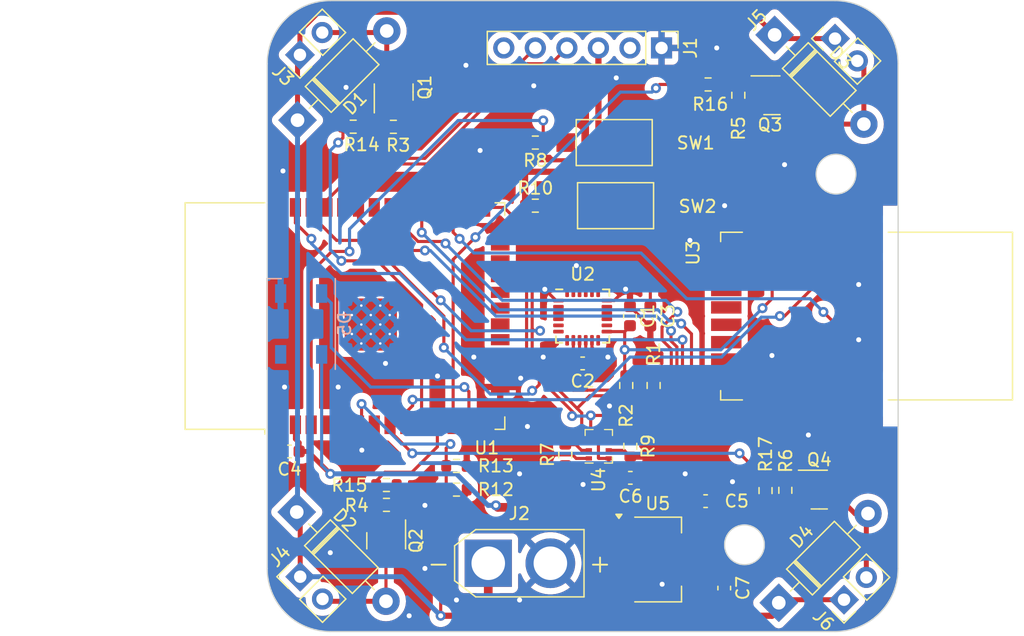
<source format=kicad_pcb>
(kicad_pcb (version 20240108) (generator "pcbnew") (generator_version "8.0")
  (layers (0 "F.Cu" signal) (31 "B.Cu" signal) (34 "B.Paste" user) (35 "F.Paste" user) (36 "B.SilkS" user "B.Silkscreen") (37 "F.SilkS" user "F.Silkscreen") (38 "B.Mask" user) (39 "F.Mask" user) (44 "Edge.Cuts" user))
  (net 0 "")
  (net 1 "Net-(U2-REGOUT)")
  (net 2 "Net-(U2-CPOUT)")
  (net 3 "Net-(D1-A)")
  (net 4 "Net-(D2-A)")
  (net 5 "Net-(D3-A)")
  (net 6 "Net-(D4-A)")
  (net 7 "Net-(D5-DIN)")
  (net 11 "Net-(Q1-G)")
  (net 12 "Net-(Q2-G)")
  (net 13 "Net-(Q3-G)")
  (net 14 "Net-(Q4-G)")
  (net 15 "Net-(U4-CSB)")
  (net 16 "Net-(SW1-B)")
  (net 17 "Net-(U4-SDO)")
  (net 18 "Net-(SW2-A)")
  (net 24 "ESP_RX")
  (net 27 "ESP_TX")
  (net 35 "GND")
  (net 36 "MISO")
  (net 37 "SCK")
  (net 39 "VCC")
  (net 40 "MOSI")
  (net 41 "MPU_IRQ")
  (net 42 "DW_RST")
  (net 43 "SS")
  (net 44 "SDA")
  (net 45 "SCL")
  (net 46 "DW_IRQ")
  (net 49 "MOTOR_4")
  (net 50 "MOTOR_1")
  (net 51 "MOTOR_2")
  (net 52 "MOTOR_3")
  (net 68 "WS_IN")
  (net 71 "BAT+")
  (net 75 "BAT_LEVEL")
  (footprint "Resistor_SMD:R_0603_1608Metric" (layer "F.Cu") (at 107.315 107.188 -90)
    (property "Reference" "R1")
    (property "Value" "R_Small" (hide yes))
  )
  (footprint "Resistor_SMD:R_0603_1608Metric" (layer "F.Cu") (at 97.79 92.71)
    (property "Reference" "R10")
    (property "Value" "10K" (hide yes))
  )
  (footprint "Connector_PinHeader_2.54mm:PinHeader_1x02_P2.54mm_Vertical" (layer "F.Cu") (at 78.837057 80.565679 135)
    (property "Reference" "J3")
    (property "Value" "Conn_01x02" (hide yes))
  )
  (footprint "Package_TO_SOT_SMD:SOT-23" (layer "F.Cu") (at 85.781542 119.691168 -90)
    (property "Reference" "Q2")
    (property "Value" "Si2319CDS" (hide yes))
  )
  (footprint "Resistor_SMD:R_0603_1608Metric" (layer "F.Cu") (at 111.7 82.95)
    (property "Reference" "R16")
    (property "Value" "R_Small" (hide yes))
  )
  (footprint "Package_TO_SOT_SMD:SOT-223-3_TabPin2" (layer "F.Cu") (at 107.65 121.2)
    (property "Reference" "U5")
    (property "Value" "LM1117MP-3.3")
  )
  (footprint "Capacitor_SMD:C_0603_1608Metric" (layer "F.Cu") (at 78 112.5 180)
    (property "Reference" "C4")
    (property "Value" "C")
  )
  (footprint "Resistor_SMD:R_0603_1608Metric" (layer "F.Cu") (at 117.920084 115.629341 -90)
    (property "Reference" "R6")
    (property "Value" "R_Small" (hide yes))
  )
  (footprint "RF_Module:DWM1000" (layer "F.Cu") (at 124.46 101.6 -90)
    (property "Reference" "U3")
    (property "Value" "DWM1000" (hide yes))
  )
  (footprint "Package_TO_SOT_SMD:SOT-23" (layer "F.Cu") (at 116.84 83.82)
    (property "Reference" "Q3")
    (property "Value" "Si2319CDS" (hide yes))
  )
  (footprint "Resistor_SMD:R_0603_1608Metric" (layer "F.Cu") (at 105.44 112.085 -90)
    (property "Reference" "R9")
    (property "Value" "10K" (hide yes))
  )
  (footprint "Sensor_Motion:InvenSense_QFN-24_4x4mm_P0.5mm" (layer "F.Cu") (at 101.6 101.6)
    (property "Reference" "U2")
    (property "Value" "MPU-6050" (hide yes))
  )
  (footprint "Connector_PinHeader_2.54mm:PinHeader_1x02_P2.54mm_Vertical" (layer "F.Cu") (at 121.92 79.2557 45)
    (property "Reference" "J5")
    (property "Value" "Conn_01x02" (hide yes))
  )
  (footprint "Resistor_SMD:R_0603_1608Metric" (layer "F.Cu") (at 114.133835 83.82 -90)
    (property "Reference" "R5")
    (property "Value" "R_Small" (hide yes))
  )
  (footprint "Resistor_SMD:R_0603_1608Metric" (layer "F.Cu") (at 105.11 107.188 -90)
    (property "Reference" "R2")
    (property "Value" "R_Small" (hide yes))
  )
  (footprint "Connector_PinHeader_2.54mm:PinHeader_1x02_P2.54mm_Vertical" (layer "F.Cu") (at 122.644025 124.436286 135)
    (property "Reference" "J6")
    (property "Value" "Conn_01x02" (hide yes))
  )
  (footprint "Package_TO_SOT_SMD:SOT-23" (layer "F.Cu") (at 86.384934 83.559996 90)
    (property "Reference" "Q1")
    (property "Value" "Si2319CDS" (hide yes))
  )
  (footprint "Capacitor_SMD:C_0603_1608Metric" (layer "F.Cu") (at 105.41 101.6 -90)
    (property "Reference" "C1")
    (property "Value" "C")
  )
  (footprint "Resistor_SMD:R_0603_1608Metric" (layer "F.Cu") (at 86.36 86.36)
    (property "Reference" "R3")
    (property "Value" "R_Small" (hide yes))
  )
  (footprint "Diode_THT:D_DO-41_SOD81_P10.16mm_Horizontal" (layer "F.Cu") (at 78.642492 85.826697 45)
    (property "Reference" "D1")
    (property "Value" "1N5819" (hide yes))
  )
  (footprint "Package_LGA:Bosch_LGA-8_2x2.5mm_P0.65mm_ClockwisePinNumbering" (layer "F.Cu") (at 102.9 112.085 90)
    (property "Reference" "U4")
    (property "Value" "BMP280" (hide yes))
  )
  (footprint "Button_Switch_SMD:SW_SPST_CK_RS282G05A3" (layer "F.Cu") (at 104.25 92.71)
    (property "Reference" "SW2")
    (property "Value" "SW_Push_Open" (hide yes))
  )
  (footprint "Capacitor_SMD:C_0603_1608Metric" (layer "F.Cu") (at 101.6 105.41 180)
    (property "Reference" "C2")
    (property "Value" "C")
  )
  (footprint "RF_Module:ESP32-WROOM-32" (layer "F.Cu") (at 85.452071 101.6 90)
    (property "Reference" "U1")
    (property "Value" "ESP32-WROOM-32" (hide yes))
  )
  (footprint "Resistor_SMD:R_0603_1608Metric" (layer "F.Cu") (at 97.79 87.63)
    (property "Reference" "R8")
    (property "Value" "10K" (hide yes))
  )
  (footprint "Diode_THT:D_DO-41_SOD81_P10.16mm_Horizontal" (layer "F.Cu") (at 78.580684 117.378366 -45)
    (property "Reference" "D2")
    (property "Value" "1N5819" (hide yes))
  )
  (footprint "Diode_THT:D_DO-41_SOD81_P10.16mm_Horizontal" (layer "F.Cu") (at 117.390235 124.681275 45)
    (property "Reference" "D4")
    (property "Value" "1N5819" (hide yes))
  )
  (footprint "Resistor_SMD:R_0603_1608Metric" (layer "F.Cu") (at 91.44 115.57 180)
    (property "Reference" "R12")
    (property "Value" "100K" (hide yes))
  )
  (footprint "Connector_AMASS:AMASS_XT30U-F_1x02_P5.0mm_Vertical" (layer "F.Cu") (at 94 121.5)
    (property "Reference" "J2")
    (property "Value" "Conn_01x02")
  )
  (footprint "Diode_THT:D_DO-41_SOD81_P10.16mm_Horizontal" (layer "F.Cu") (at 117.057898 78.957898 -45)
    (property "Reference" "D3")
    (property "Value" "1N5819" (hide yes))
  )
  (footprint "Resistor_SMD:R_0603_1608Metric" (layer "F.Cu") (at 85.8 115.2 180)
    (property "Reference" "R15")
    (property "Value" "R_Small" (hide yes))
  )
  (footprint "Resistor_SMD:R_0603_1608Metric" (layer "F.Cu") (at 91.44 113.665)
    (property "Reference" "R13")
    (property "Value" "100K" (hide yes))
  )
  (footprint "Resistor_SMD:R_0603_1608Metric" (layer "F.Cu") (at 100.203 112.776 90)
    (property "Reference" "R7")
    (property "Value" "10K" (hide yes))
  )
  (footprint "Resistor_SMD:R_0603_1608Metric" (layer "F.Cu") (at 85.802641 116.800693 180)
    (property "Reference" "R4")
    (property "Value" "R_Small" (hide yes))
  )
  (footprint "Capacitor_SMD:C_0603_1608Metric" (layer "F.Cu") (at 107.048911 101.611935 -90)
    (property "Reference" "C3")
    (property "Value" "C")
  )
  (footprint "Button_Switch_SMD:SW_SPST_CK_RS282G05A3" (layer "F.Cu") (at 104.14 87.63 180)
    (property "Reference" "SW1")
    (property "Value" "SW_Push_Open" (hide yes))
  )
  (footprint "Resistor_SMD:R_0603_1608Metric" (layer "F.Cu") (at 116.325 115.65 90)
    (property "Reference" "R17")
    (property "Value" "R_Small" (hide yes))
  )
  (footprint "Capacitor_SMD:C_0603_1608Metric" (layer "F.Cu") (at 113 123.5 90)
    (property "Reference" "C7")
    (property "Value" "C")
  )
  (footprint "Capacitor_SMD:C_0603_1608Metric" (layer "F.Cu") (at 105.44 114.625)
    (property "Reference" "C6")
    (property "Value" "C" (hide yes))
  )
  (footprint "Package_TO_SOT_SMD:SOT-23" (layer "F.Cu") (at 120.65 115.57)
    (property "Reference" "Q4")
    (property "Value" "Si2319CDS" (hide yes))
  )
  (footprint "Resistor_SMD:R_0603_1608Metric" (layer "F.Cu") (at 83.125 86.35)
    (property "Reference" "R14")
    (property "Value" "R_Small" (hide yes))
  )
  (footprint "Capacitor_SMD:C_0603_1608Metric" (layer "F.Cu") (at 111.5 116.5)
    (property "Reference" "C5")
    (property "Value" "C")
  )
  (footprint "Connector_PinHeader_2.54mm:PinHeader_1x06_P2.54mm_Vertical" (layer "F.Cu") (at 107.95 80.01 -90)
    (property "Reference" "J1")
    (property "Value" "Conn_01x06" (hide yes))
  )
  (footprint "Connector_PinHeader_2.54mm:PinHeader_1x02_P2.54mm_Vertical" (layer "F.Cu") (at 78.858992 122.584366 45)
    (property "Reference" "J4")
    (property "Value" "Conn_01x02" (hide yes))
  )
  (footprint "LED_SMD:LED_WS2812B_PLCC4_5.0x5.0mm_P3.2mm" (layer "B.Cu") (at 78.934338 102.235248 90)
    (property "Reference" "D5")
    (property "Value" "WS2812B" (hide yes))
  )
  (gr_circle (center 114.63 120.015) (end 116.23 120.015) (stroke (width 0.1)) (fill none) (layer "Edge.Cuts"))
  (gr_line (start 76.2 121.92) (end 76.2 81.28) (stroke (width 0.1)) (layer "Edge.Cuts"))
  (gr_circle (center 122 90.17) (end 123.6 90.17) (stroke (width 0.1)) (fill none) (layer "Edge.Cuts"))
  (gr_line (start 81.28 127) (end 121.92 127) (stroke (width 0.1)) (layer "Edge.Cuts"))
  (gr_arc (start 127 121.92) (mid 125.512102 125.512102) (end 121.92 127) (stroke (width 0.1)) (layer "Edge.Cuts"))
  (gr_line (start 121.92 76.2) (end 81.28 76.2) (stroke (width 0.1)) (layer "Edge.Cuts"))
  (gr_arc (start 81.28 127) (mid 77.687898 125.512102) (end 76.2 121.92) (stroke (width 0.1)) (layer "Edge.Cuts"))
  (gr_arc (start 76.2 81.28) (mid 77.687898 77.687898) (end 81.28 76.2) (stroke (width 0.1)) (layer "Edge.Cuts"))
  (gr_arc (start 121.92 76.2) (mid 125.512102 77.687898) (end 127 81.28) (stroke (width 0.1)) (layer "Edge.Cuts"))
  (gr_line (start 127 121.92) (end 127 81.28) (stroke (width 0.1)) (layer "Edge.Cuts"))
  (segment (start 101.85 104.4662) (end 101.85 103.55) (width 0.25) (layer "F.Cu") (net 1))
  (segment (start 102.375 105.41) (end 102.375 104.9912) (width 0.25) (layer "F.Cu") (net 1))
  (segment (start 102.375 104.9912) (end 101.85 104.4662) (width 0.25) (layer "F.Cu") (net 1))
  (segment (start 106.0196 98.425) (end 103.0478 98.425) (width 0.25) (layer "F.Cu") (net 2))
  (segment (start 107.048911 99.454311) (end 106.0196 98.425) (width 0.25) (layer "F.Cu") (net 2))
  (segment (start 103.0478 98.461515) (end 102.35 99.159315) (width 0.25) (layer "F.Cu") (net 2))
  (segment (start 102.35 99.159315) (end 102.35 99.65) (width 0.25) (layer "F.Cu") (net 2))
  (segment (start 107.048911 100.836935) (end 107.048911 99.454311) (width 0.25) (layer "F.Cu") (net 2))
  (segment (start 103.0478 98.425) (end 103.0478 98.461515) (width 0.25) (layer "F.Cu") (net 2))
  (segment (start 80.633108 78.769628) (end 85.699561 78.769628) (width 0.4) (layer "F.Cu") (net 3))
  (segment (start 85.826697 78.642492) (end 85.826697 82.064259) (width 0.4) (layer "F.Cu") (net 3))
  (segment (start 86.520309 78.642492) (end 85.826697 78.642492) (width 0.4) (layer "F.Cu") (net 3))
  (segment (start 85.826697 82.064259) (end 86.384934 82.622496) (width 0.4) (layer "F.Cu") (net 3))
  (segment (start 85.699561 78.769628) (end 85.826697 78.642492) (width 0.4) (layer "F.Cu") (net 3))
  (segment (start 85.781542 120.628668) (end 85.764889 120.645321) (width 0.25) (layer "F.Cu") (net 4))
  (segment (start 80.837197 124.562571) (end 80.655043 124.380417) (width 0.4) (layer "F.Cu") (net 4))
  (segment (start 85.764889 124.562571) (end 80.837197 124.562571) (width 0.4) (layer "F.Cu") (net 4))
  (segment (start 85.764889 120.645321) (end 85.764889 124.562571) (width 0.25) (layer "F.Cu") (net 4))
  (segment (start 117.7775 83.82) (end 120.099603 86.142103) (width 0.4) (layer "F.Cu") (net 5))
  (segment (start 120.099603 86.142103) (end 124.242103 86.142103) (width 0.4) (layer "F.Cu") (net 5))
  (segment (start 124.242103 81.577803) (end 123.716051 81.051751) (width 0.4) (layer "F.Cu") (net 5))
  (segment (start 124.242103 86.142103) (end 124.242103 81.577803) (width 0.4) (layer "F.Cu") (net 5))
  (segment (start 124.440076 117.631434) (end 124.57444 117.49707) (width 0.4) (layer "F.Cu") (net 6))
  (segment (start 123.51457 117.49707) (end 121.5875 115.57) (width 0.4) (layer "F.Cu") (net 6))
  (segment (start 124.57444 117.49707) (end 123.51457 117.49707) (width 0.4) (layer "F.Cu") (net 6))
  (segment (start 124.440076 122.640235) (end 124.440076 117.631434) (width 0.4) (layer "F.Cu") (net 6))
  (segment (start 92.442071 107.682071) (end 92.442071 110.35) (width 0.25) (layer "F.Cu") (net 7))
  (segment (start 92.075 107.315) (end 92.442071 107.682071) (width 0.25) (layer "F.Cu") (net 7))
  (via (at 92.075 107.315) (size 0.8) (drill 0.4) (layers "F.Cu" "B.Cu") (net 7))
  (segment (start 81.359338 104.14) (end 84.534338 107.315) (width 0.25) (layer "B.Cu") (net 7))
  (segment (start 84.534338 107.315) (end 92.075 107.315) (width 0.25) (layer "B.Cu") (net 7))
  (segment (start 81.359338 100.560248) (end 81.359338 104.14) (width 0.25) (layer "B.Cu") (net 7))
  (segment (start 80.584338 99.785248) (end 81.359338 100.560248) (width 0.25) (layer "B.Cu") (net 7))
  (segment (start 85.434934 84.497496) (end 85.434934 86.259934) (width 0.25) (layer "F.Cu") (net 11))
  (segment (start 85.525 86.35) (end 85.535 86.36) (width 0.25) (layer "F.Cu") (net 11))
  (segment (start 83.95 86.35) (end 85.525 86.35) (width 0.25) (layer "F.Cu") (net 11))
  (segment (start 85.434934 86.259934) (end 85.535 86.36) (width 0.25) (layer "F.Cu") (net 11))
  (segment (start 86.627641 115.202641) (end 86.625 115.2) (width 0.25) (layer "F.Cu") (net 12))
  (segment (start 86.627641 116.800693) (end 86.627641 118.649767) (width 0.25) (layer "F.Cu") (net 12))
  (segment (start 86.627641 118.649767) (end 86.731542 118.753668) (width 0.25) (layer "F.Cu") (net 12))
  (segment (start 86.627641 116.800693) (end 86.627641 115.202641) (width 0.25) (layer "F.Cu") (net 12))
  (segment (start 114.258835 82.87) (end 114.133835 82.995) (width 0.25) (layer "F.Cu") (net 13))
  (segment (start 112.57 82.995) (end 112.525 82.95) (width 0.25) (layer "F.Cu") (net 13))
  (segment (start 114.133835 82.995) (end 112.57 82.995) (width 0.25) (layer "F.Cu") (net 13))
  (segment (start 115.9025 82.87) (end 114.258835 82.87) (width 0.25) (layer "F.Cu") (net 13))
  (segment (start 118.104425 114.62) (end 117.920084 114.804341) (width 0.25) (layer "F.Cu") (net 14))
  (segment (start 119.7125 114.62) (end 118.104425 114.62) (width 0.25) (layer "F.Cu") (net 14))
  (segment (start 116.345659 114.804341) (end 116.325 114.825) (width 0.25) (layer "F.Cu") (net 14))
  (segment (start 117.920084 114.804341) (end 117.89353 114.777787) (width 0.25) (layer "F.Cu") (net 14))
  (segment (start 117.920084 114.804341) (end 116.345659 114.804341) (width 0.25) (layer "F.Cu") (net 14))
  (segment (start 101.051 111.951) (end 101.51 112.41) (width 0.25) (layer "F.Cu") (net 15))
  (segment (start 100.203 111.951) (end 101.051 111.951) (width 0.25) (layer "F.Cu") (net 15))
  (segment (start 102.1 112.41) (end 101.51 112.41) (width 0.25) (layer "F.Cu") (net 15))
  (segment (start 81.403168 96.396832) (end 79.742071 98.057929) (width 0.25) (layer "F.Cu") (net 16))
  (segment (start 100.24 87.63) (end 98.615 87.63) (width 0.25) (layer "F.Cu") (net 16))
  (segment (start 79.742071 98.057929) (end 79.742071 110.35) (width 0.25) (layer "F.Cu") (net 16))
  (segment (start 98.425 87.44) (end 98.615 87.63) (width 0.25) (layer "F.Cu") (net 16))
  (segment (start 82.829566 96.396832) (end 81.403168 96.396832) (width 0.25) (layer "F.Cu") (net 16))
  (segment (start 98.425 85.852) (end 98.425 87.44) (width 0.25) (layer "F.Cu") (net 16))
  (via (at 98.425 85.852) (size 0.8) (drill 0.4) (layers "F.Cu" "B.Cu") (net 16))
  (via (at 82.829566 96.396832) (size 0.8) (drill 0.4) (layers "F.Cu" "B.Cu") (net 16))
  (segment (start 91.567 85.852) (end 98.425 85.852) (width 0.25) (layer "B.Cu") (net 16))
  (segment (start 82.829566 94.589434) (end 91.567 85.852) (width 0.25) (layer "B.Cu") (net 16))
  (segment (start 82.829566 96.396832) (end 82.829566 94.589434) (width 0.25) (layer "B.Cu") (net 16))
  (segment (start 103.7 111.11) (end 105.29 111.11) (width 0.25) (layer "F.Cu") (net 17))
  (segment (start 105.29 111.11) (end 105.44 111.26) (width 0.25) (layer "F.Cu") (net 17))
  (segment (start 96.139 93.726) (end 97.599 93.726) (width 0.25) (layer "F.Cu") (net 18))
  (segment (start 95.263 92.85) (end 96.139 93.726) (width 0.25) (layer "F.Cu") (net 18))
  (segment (start 93.712071 92.85) (end 95.263 92.85) (width 0.25) (layer "F.Cu") (net 18))
  (segment (start 100.35 92.71) (end 98.615 92.71) (width 0.25) (layer "F.Cu") (net 18))
  (segment (start 97.599 93.726) (end 98.615 92.71) (width 0.25) (layer "F.Cu") (net 18))
  (segment (start 84.64 89.35) (end 89.086396 89.35) (width 0.25) (layer "F.Cu") (net 24))
  (segment (start 82.282071 91.707929) (end 84.64 89.35) (width 0.25) (layer "F.Cu") (net 24))
  (segment (start 99.06 81.28) (end 100.33 80.01) (width 0.25) (layer "F.Cu") (net 24))
  (segment (start 82.282071 92.85) (end 82.282071 91.707929) (width 0.25) (layer "F.Cu") (net 24))
  (segment (start 97.156396 81.28) (end 99.06 81.28) (width 0.25) (layer "F.Cu") (net 24))
  (segment (start 89.086396 89.35) (end 97.156396 81.28) (width 0.25) (layer "F.Cu") (net 24))
  (segment (start 81.012071 92.27) (end 81.012071 92.85) (width 0.25) (layer "F.Cu") (net 27))
  (segment (start 97.79 80.01) (end 88.9 88.9) (width 0.25) (layer "F.Cu") (net 27))
  (segment (start 84.382071 88.9) (end 81.012071 92.27) (width 0.25) (layer "F.Cu") (net 27))
  (segment (start 88.9 88.9) (end 84.382071 88.9) (width 0.25) (layer "F.Cu") (net 27))
  (segment (start 101.079462 113.06) (end 100.795462 112.776) (width 0.25) (layer "F.Cu") (net 35))
  (segment (start 103.7 112.41) (end 104.94 112.41) (width 0.25) (layer "F.Cu") (net 35))
  (segment (start 102.35 103.55) (end 102.35 104.128) (width 0.25) (layer "F.Cu") (net 35))
  (segment (start 104.138454 100.35) (end 105.057884 99.43057) (width 0.25) (layer "F.Cu") (net 35))
  (segment (start 103.124 104.902) (end 103.632 104.902) (width 0.25) (layer "F.Cu") (net 35))
  (segment (start 113.1638 106.5) (end 111.707 106.5) (width 0.25) (layer "F.Cu") (net 35))
  (segment (start 102.35 104.128) (end 103.124 104.902) (width 0.25) (layer "F.Cu") (net 35))
  (segment (start 99.461 100.35) (end 98.552 99.441) (width 0.25) (layer "F.Cu") (net 35))
  (segment (start 100.825 105.41) (end 101.35 104.885) (width 0.25) (layer "F.Cu") (net 35))
  (segment (start 104.94 112.41) (end 105.44 112.91) (width 0.25) (layer "F.Cu") (net 35))
  (segment (start 106.971935 102.386935) (end 105.41 100.825) (width 0.25) (layer "F.Cu") (net 35))
  (segment (start 111.707 106.5) (end 111.252 106.045) (width 0.25) (layer "F.Cu") (net 35))
  (segment (start 100.795462 112.776) (end 99.187 112.776) (width 0.25) (layer "F.Cu") (net 35))
  (segment (start 107.048911 102.386935) (end 106.971935 102.386935) (width 0.25) (layer "F.Cu") (net 35))
  (segment (start 102.1 113.06) (end 101.079462 113.06) (width 0.25) (layer "F.Cu") (net 35))
  (segment (start 99.65 100.35) (end 99.461 100.35) (width 0.25) (layer "F.Cu") (net 35))
  (segment (start 101.35 104.885) (end 101.35 103.55) (width 0.25) (layer "F.Cu") (net 35))
  (segment (start 103.55 100.35) (end 104.138454 100.35) (width 0.25) (layer "F.Cu") (net 35))
  (via (at 113.665 114.935) (size 0.8) (drill 0.4) (layers "F.Cu" "B.Cu") (net 35))
  (via (at 96.610879 106.599159) (size 0.8) (drill 0.4) (layers "F.Cu" "B.Cu") (net 35))
  (via (at 77.47 89.916) (size 0.8) (drill 0.4) (layers "F.Cu" "B.Cu") (net 35))
  (via (at 89.916 106.426) (size 0.8) (drill 0.4) (layers "F.Cu" "B.Cu") (net 35))
  (via (at 98.425 104.902) (size 0.8) (drill 0.4) (layers "F.Cu" "B.Cu") (net 35))
  (via (at 110.236 95.504) (size 0.8) (drill 0.4) (layers "F.Cu" "B.Cu") (net 35))
  (via (at 87.63 125.73) (size 0.8) (drill 0.4) (layers "F.Cu" "B.Cu") (net 35))
  (via (at 101.631644 115.158615) (size 0.8) (drill 0.4) (layers "F.Cu" "B.Cu") (net 35))
  (via (at 82.55 83.185) (size 0.8) (drill 0.4) (layers "F.Cu" "B.Cu") (net 35))
  (via (at 92.837 104.902) (size 0.8) (drill 0.4) (layers "F.Cu" "B.Cu") (net 35))
  (via (at 123.825 103.505) (size 0.8) (drill 0.4) (layers "F.Cu" "B.Cu") (net 35))
  (via (at 93.345 88.265) (size 0.8) (drill 0.4) (layers "F.Cu" "B.Cu") (net 35))
  (via (at 88.9 121.92) (size 0.8) (drill 0.4) (layers "F.Cu" "B.Cu") (net 35))
  (via (at 119.775 111.175) (size 0.8) (drill 0.4) (layers "F.Cu" "B.Cu") (net 35))
  (via (at 103.632 104.902) (size 0.8) (drill 0.4) (layers "F.Cu" "B.Cu") (net 35))
  (via (at 113.03 92.71) (size 0.8) (drill 0.4) (layers "F.Cu" "B.Cu") (net 35))
  (via (at 112.395 80.01) (size 0.8) (drill 0.4) (layers "F.Cu" "B.Cu") (net 35))
  (via (at 108 123.19) (size 0.8) (drill 0.4) (layers "F.Cu" "B.Cu") (net 35))
  (via (at 104.305346 82.419271) (size 0.8) (drill 0.4) (layers "F.Cu" "B.Cu") (net 35))
  (via (at 103.759 108.839) (size 0.8) (drill 0.4) (layers "F.Cu" "B.Cu") (net 35))
  (via (at 77.597 107.315) (size 0.8) (drill 0.4) (layers "F.Cu" "B.Cu") (net 35))
  (via (at 83.82 112.395) (size 0.8) (drill 0.4) (layers "F.Cu" "B.Cu") (net 35))
  (via (at 101.092 97.536) (size 0.8) (drill 0.4) (layers "F.Cu" "B.Cu") (net 35))
  (via (at 85.725 105.41) (size 0.8) (drill 0.4) (layers "F.Cu" "B.Cu") (net 35))
  (via (at 81.915 107.315) (size 0.8) (drill 0.4) (layers "F.Cu" "B.Cu") (net 35))
  (via (at 96.52 114.3) (size 0.8) (drill 0.4) (layers "F.Cu" "B.Cu") (net 35))
  (via (at 123.825 99.06) (size 0.8) (drill 0.4) (layers "F.Cu" "B.Cu") (net 35))
  (via (at 97.155 110.49) (size 0.8) (drill 0.4) (layers "F.Cu" "B.Cu") (net 35))
  (via (at 98.552 99.441) (size 0.8) (drill 0.4) (layers "F.Cu" "B.Cu") (net 35))
  (via (at 117.856 89.408) (size 0.8) (drill 0.4) (layers "F.Cu" "B.Cu") (net 35))
  (via (at 91.44 124.46) (size 0.8) (drill 0.4) (layers "F.Cu" "B.Cu") (net 35))
  (via (at 105.057884 99.43057) (size 0.8) (drill 0.4) (layers "F.Cu" "B.Cu") (net 35))
  (via (at 81.28 120.65) (size 0.8) (drill 0.4) (layers "F.Cu" "B.Cu") (net 35))
  (via (at 88.9 116.84) (size 0.8) (drill 0.4) (layers "F.Cu" "B.Cu") (net 35))
  (via (at 116.84 104.775) (size 0.8) (drill 0.4) (layers "F.Cu" "B.Cu") (net 35))
  (via (at 96.52 124.46) (size 0.8) (drill 0.4) (layers "F.Cu" "B.Cu") (net 35))
  (via (at 97.663 83.058) (size 0.8) (drill 0.4) (layers "F.Cu" "B.Cu") (net 35))
  (via (at 109.855 114.3) (size 0.8) (drill 0.4) (layers "F.Cu" "B.Cu") (net 35))
  (via (at 92.202 81.407) (size 0.8) (drill 0.4) (layers "F.Cu" "B.Cu") (net 35))
  (segment (start 109.1885 104.080305) (end 108.71508 103.606885) (width 0.25) (layer "F.Cu") (net 36))
  (segment (start 113.281208 110.49) (end 109.1885 106.397292) (width 0.25) (layer "F.Cu") (net 36))
  (segment (start 108.71508 103.606885) (end 108.71508 102.7805) (width 0.25) (layer "F.Cu") (net 36))
  (segment (start 87.9365 96.3185) (end 86.092071 94.474071) (width 0.25) (layer "F.Cu") (net 36))
  (segment (start 88.9 96.3185) (end 87.9365 96.3185) (width 0.25) (layer "F.Cu") (net 36))
  (segment (start 118.2588 107.9) (end 118.2588 108.8172) (width 0.25) (layer "F.Cu") (net 36))
  (segment (start 86.092071 94.474071) (end 86.092071 92.85) (width 0.25) (layer "F.Cu") (net 36))
  (segment (start 109.1885 106.397292) (end 109.1885 104.080305) (width 0.25) (layer "F.Cu") (net 36))
  (segment (start 116.586 110.49) (end 113.281208 110.49) (width 0.25) (layer "F.Cu") (net 36))
  (segment (start 118.2588 108.8172) (end 116.586 110.49) (width 0.25) (layer "F.Cu") (net 36))
  (via (at 88.9 96.3185) (size 0.8) (drill 0.4) (layers "F.Cu" "B.Cu") (net 36))
  (via (at 108.71508 102.7805) (size 0.8) (drill 0.4) (layers "F.Cu" "B.Cu") (net 36))
  (segment (start 107.53458 101.6) (end 108.71508 102.7805) (width 0.25) (layer "B.Cu") (net 36))
  (segment (start 89.3335 96.3185) (end 94.615 101.6) (width 0.25) (layer "B.Cu") (net 36))
  (segment (start 88.9 96.3185) (end 89.3335 96.3185) (width 0.25) (layer "B.Cu") (net 36))
  (segment (start 94.615 101.6) (end 107.53458 101.6) (width 0.25) (layer "B.Cu") (net 36))
  (segment (start 109.213775 101.2565) (end 109.22 101.2565) (width 0.25) (layer "F.Cu") (net 37))
  (segment (start 108.7385 106.583688) (end 108.7385 104.266701) (width 0.25) (layer "F.Cu") (net 37))
  (segment (start 87.356876 94.605181) (end 87.356876 92.855195) (width 0.25) (layer "F.Cu") (net 37))
  (segment (start 87.356876 92.855195) (end 87.362071 92.85) (width 0.25) (layer "F.Cu") (net 37))
  (segment (start 118.0938 110.94) (end 113.094812 110.94) (width 0.25) (layer "F.Cu") (net 37))
  (segment (start 90.395598 95.594) (end 88.345695 95.594) (width 0.25) (layer "F.Cu") (net 37))
  (segment (start 119.6588 107.9) (end 119.6588 109.375) (width 0.25) (layer "F.Cu") (net 37))
  (segment (start 107.99008 103.518281) (end 107.99008 102.480195) (width 0.25) (layer "F.Cu") (net 37))
  (segment (start 113.094812 110.94) (end 108.7385 106.583688) (width 0.25) (layer "F.Cu") (net 37))
  (segment (start 107.99008 102.480195) (end 109.213775 101.2565) (width 0.25) (layer "F.Cu") (net 37))
  (segment (start 90.555299 95.753701) (end 90.395598 95.594) (width 0.25) (layer "F.Cu") (net 37))
  (segment (start 88.345695 95.594) (end 87.356876 94.605181) (width 0.25) (layer "F.Cu") (net 37))
  (segment (start 119.6588 109.375) (end 118.0938 110.94) (width 0.25) (layer "F.Cu") (net 37))
  (segment (start 108.7385 104.266701) (end 107.99008 103.518281) (width 0.25) (layer "F.Cu") (net 37))
  (via (at 90.555299 95.753701) (size 0.8) (drill 0.4) (layers "F.Cu" "B.Cu") (net 37))
  (via (at 109.22 101.2565) (size 0.8) (drill 0.4) (layers "F.Cu" "B.Cu") (net 37))
  (segment (start 95.131598 100.33) (end 108.2935 100.33) (width 0.25) (layer "B.Cu") (net 37))
  (segment (start 108.2935 100.33) (end 109.22 101.2565) (width 0.25) (layer "B.Cu") (net 37))
  (segment (start 90.555299 95.753701) (end 95.131598 100.33) (width 0.25) (layer "B.Cu") (net 37))
  (segment (start 79.48 112.5) (end 81.28 114.3) (width 0.4) (layer "F.Cu") (net 39))
  (segment (start 104.505 114.785) (end 104.665 114.625) (width 0.25) (layer "F.Cu") (net 39))
  (segment (start 103.55 102.85) (end 104.985 102.85) (width 0.25) (layer "F.Cu") (net 39))
  (segment (start 116.8588 95.3) (end 116.8588 100.1842) (width 0.25) (layer "F.Cu") (net 39))
  (segment (start 96.965 87.63) (end 96.965 89.98) (width 0.5) (layer "F.Cu") (net 39))
  (segment (start 101.051 113.601) (end 101.369 113.919) (width 0.25) (layer "F.Cu") (net 39))
  (segment (start 104.5 121.2) (end 110.8 121.2) (width 0.7) (layer "F.Cu") (net 39))
  (segment (start 116.8588 94.075) (end 116.8588 95.3) (width 0.5) (layer "F.Cu") (net 39))
  (segment (start 99.5 117) (end 94.775 117) (width 0.7) (layer "F.Cu") (net 39))
  (segment (start 104.14 88.9) (end 104.775 88.9) (width 0.5) (layer "F.Cu") (net 39))
  (segment (start 101.985604 107.563) (end 103.91 107.563) (width 0.25) (layer "F.Cu") (net 39))
  (segment (start 103.91 107.563) (end 105.11 106.363) (width 0.25) (layer "F.Cu") (net 39))
  (segment (start 104.775 88.9) (end 106.045 90.17) (width 0.5) (layer "F.Cu") (net 39))
  (segment (start 105.41 102.425) (end 104.985 102.85) (width 0.25) (layer "F.Cu") (net 39))
  (segment (start 78.580684 110.458613) (end 78.472071 110.35) (width 0.4) (layer "F.Cu") (net 39))
  (segment (start 107.315 106.363) (end 107.503208 106.363) (width 0.25) (layer "F.Cu") (net 39))
  (segment (start 96.965 89.98) (end 103.06 89.98) (width 0.5) (layer "F.Cu") (net 39))
  (segment (start 104.985 102.85) (end 104.985 104.311) (width 0.25) (layer "F.Cu") (net 39))
  (segment (start 101.979604 107.569) (end 101.985604 107.563) (width 0.25) (layer "F.Cu") (net 39))
  (segment (start 94.775 117) (end 94.615 116.84) (width 0.7) (layer "F.Cu") (net 39))
  (segment (start 102.87 87.63) (end 104.14 88.9) (width 0.5) (layer "F.Cu") (net 39))
  (segment (start 105.41 102.375) (end 105.41 102.425) (width 0.25) (layer "F.Cu") (net 39))
  (segment (start 103.06 89.98) (end 104.14 88.9) (width 0.5) (layer "F.Cu") (net 39))
  (segment (start 100.203 113.601) (end 100.203 116.297) (width 0.25) (layer "F.Cu") (net 39))
  (segment (start 112.9538 90.17) (end 116.8588 94.075) (width 0.5) (layer "F.Cu") (net 39))
  (segment (start 100.203 116.297) (end 99.5 117) (width 0.25) (layer "F.Cu") (net 39))
  (segment (start 107.315 106.363) (end 105.11 106.363) (width 0.25) (layer "F.Cu") (net 39))
  (segment (start 96.965 89.98) (end 96.965 92.71) (width 0.5) (layer "F.Cu") (net 39))
  (segment (start 108.115 106.974792) (end 108.115 108.430462) (width 0.25) (layer "F.Cu") (net 39))
  (segment (start 102.87 80.01) (end 102.87 87.63) (width 0.5) (layer "F.Cu") (net 39))
  (segment (start 100.838 107.569) (end 101.979604 107.569) (width 0.25) (layer "F.Cu") (net 39))
  (segment (start 100.85 103.55) (end 100.85 104.3566) (width 0.25) (layer "F.Cu") (net 39))
  (segment (start 104.985 106.238) (end 105.11 106.363) (width 0.25) (layer "F.Cu") (net 39))
  (segment (start 99.441 105.029) (end 99.441 106.172) (width 0.25) (layer "F.Cu") (net 39))
  (segment (start 108.115 108.430462) (end 106.494462 110.051) (width 0.25) (layer "F.Cu") (net 39))
  (segment (start 103.7 121.2) (end 99.5 117) (width 0.7) (layer "F.Cu") (net 39))
  (segment (start 78.472071 110.35) (end 78.472071 111.492071) (width 0.4) (layer "F.Cu") (net 39))
  (segment (start 99.9744 104.4956) (end 99.441 105.029) (width 0.25) (layer "F.Cu") (net 39))
  (segment (start 119.6588 95.3) (end 118.2588 95.3) (width 0.25) (layer "F.Cu") (net 39))
  (segment (start 102.87 111.76) (end 102.87 113.03) (width 0.25) (layer "F.Cu") (net 39))
  (segment (start 100.203 113.601) (end 101.051 113.601) (width 0.25) (layer "F.Cu") (net 39))
  (segment (start 99.441 106.172) (end 100.838 107.569) (width 0.25) (layer "F.Cu") (net 39))
  (segment (start 110.725 116.5) (end 110.725 121.125) (width 0.7) (layer "F.Cu") (net 39))
  (segment (start 110.725 121.125) (end 110.8 121.2) (width 0.7) (layer "F.Cu") (net 39))
  (segment (start 100.711 104.4956) (end 99.9744 104.4956) (width 0.25) (layer "F.Cu") (net 39))
  (segment (start 78.775 111.795) (end 78.775 112.5) (width 0.4) (layer "F.Cu") (net 39))
  (segment (start 103.606 113.919) (end 103.7 113.825) (width 0.25) (layer "F.Cu") (net 39))
  (segment (start 102.9 113.06) (end 103.7 113.06) (width 0.25) (layer "F.Cu") (net 39))
  (segment (start 104.665 114.625) (end 104.5 114.625) (width 0.25) (layer "F.Cu") (net 39))
  (segment (start 100.85 104.3566) (end 100.711 104.4956) (width 0.25) (layer "F.Cu") (net 39))
  (segment (start 102.87 113.03) (end 102.9 113.06) (width 0.25) (layer "F.Cu") (net 39))
  (segment (start 103.7 111.76) (end 102.87 111.76) (width 0.25) (layer "F.Cu") (net 39))
  (segment (start 104.5 121.2) (end 103.7 121.2) (width 0.7) (layer "F.Cu") (net 39))
  (segment (start 102.87 110.49) (end 102.87 111.76) (width 0.25) (layer "F.Cu") (net 39))
  (segment (start 78.775 112.5) (end 79.48 112.5) (width 0.4) (layer "F.Cu") (net 39))
  (segment (start 104.5 114.625) (end 103.7 113.825) (width 0.25) (layer "F.Cu") (net 39))
  (segment (start 103.309 110.051) (end 102.87 110.49) (width 0.25) (layer "F.Cu") (net 39))
  (segment (start 104.985 104.311) (end 104.985 106.238) (width 0.25) (layer "F.Cu") (net 39))
  (segment (start 101.369 113.919) (end 103.606 113.919) (width 0.25) (layer "F.Cu") (net 39))
  (segment (start 106.045 90.17) (end 112.9538 90.17) (width 0.5) (layer "F.Cu") (net 39))
  (segment (start 78.472071 111.492071) (end 78.775 111.795) (width 0.4) (layer "F.Cu") (net 39))
  (segment (start 103.7 113.06) (end 103.7 113.825) (width 0.25) (layer "F.Cu") (net 39))
  (segment (start 118.2588 95.3) (end 116.8588 95.3) (width 0.25) (layer "F.Cu") (net 39))
  (segment (start 106.494462 110.051) (end 103.309 110.051) (width 0.25) (layer "F.Cu") (net 39))
  (segment (start 107.503208 106.363) (end 108.115 106.974792) (width 0.25) (layer "F.Cu") (net 39))
  (segment (start 116.8588 100.1842) (end 116.078 100.965) (width 0.25) (layer "F.Cu") (net 39))
  (via (at 94.615 116.84) (size 0.8) (drill 0.4) (layers "F.Cu" "B.Cu") (net 39))
  (via (at 81.28 114.3) (size 0.8) (drill 0.4) (layers "F.Cu" "B.Cu") (net 39))
  (via (at 104.985 104.311) (size 0.8) (drill 0.4) (layers "F.Cu" "B.Cu") (net 39))
  (via (at 116.078 100.965) (size 0.8) (drill 0.4) (layers "F.Cu" "B.Cu") (net 39))
  (segment (start 80.584338 113.604338) (end 81.28 114.3) (width 0.25) (layer "B.Cu") (net 39))
  (segment (start 116.078 100.965) (end 112.732 104.311) (width 0.25) (layer "B.Cu") (net 39))
  (segment (start 93.98 116.84) (end 91.44 114.3) (width 0.4) (layer "B.Cu") (net 39))
  (segment (start 112.732 104.311) (end 104.985 104.311) (width 0.25) (layer "B.Cu") (net 39))
  (segment (start 91.44 114.3) (end 81.28 114.3) (width 0.4) (layer "B.Cu") (net 39))
  (segment (start 94.615 116.84) (end 93.98 116.84) (width 0.4) (layer "B.Cu") (net 39))
  (segment (start 80.584338 104.685248) (end 80.584338 113.604338) (width 0.25) (layer "B.Cu") (net 39))
  (segment (start 116.147 110.04) (end 113.467604 110.04) (width 0.25) (layer "F.Cu") (net 40))
  (segment (start 116.86 109.327) (end 116.147 110.04) (width 0.25) (layer "F.Cu") (net 40))
  (segment (start 79.756 95.377) (end 78.472071 94.093071) (width 0.25) (layer "F.Cu") (net 40))
  (segment (start 116.86 107.9) (end 116.86 109.327) (width 0.25) (layer "F.Cu") (net 40))
  (segment (start 78.472071 94.093071) (end 78.472071 92.85) (width 0.25) (layer "F.Cu") (net 40))
  (segment (start 109.6385 106.210896) (end 109.6385 103.505) (width 0.25) (layer "F.Cu") (net 40))
  (segment (start 113.467604 110.04) (end 109.6385 106.210896) (width 0.25) (layer "F.Cu") (net 40))
  (via (at 79.756 95.377) (size 0.8) (drill 0.4) (layers "F.Cu" "B.Cu") (net 40))
  (via (at 109.6385 103.505) (size 0.8) (drill 0.4) (layers "F.Cu" "B.Cu") (net 40))
  (segment (start 86.868 98.171) (end 82.169 98.171) (width 0.25) (layer "B.Cu") (net 40))
  (segment (start 109.6385 103.505) (end 92.202 103.505) (width 0.25) (layer "B.Cu") (net 40))
  (segment (start 92.202 103.505) (end 90.932 102.235) (width 0.25) (layer "B.Cu") (net 40))
  (segment (start 90.932 102.235) (end 86.868 98.171) (width 0.25) (layer "B.Cu") (net 40))
  (segment (start 82.169 98.171) (end 79.756 95.758) (width 0.25) (layer "B.Cu") (net 40))
  (segment (start 79.756 95.758) (end 79.756 95.377) (width 0.25) (layer "B.Cu") (net 40))
  (segment (start 122.4588 96.9972) (end 122.4588 95.3) (width 0.25) (layer "F.Cu") (net 42))
  (segment (start 87.907571 108.331) (end 87.907571 108.815429) (width 0.25) (layer "F.Cu") (net 42))
  (segment (start 87.907571 108.815429) (end 87.362071 109.360929) (width 0.25) (layer "F.Cu") (net 42))
  (segment (start 87.362071 109.360929) (end 87.362071 110.35) (width 0.25) (layer "F.Cu") (net 42))
  (segment (start 117.475 101.6) (end 117.856 101.6) (width 0.25) (layer "F.Cu") (net 42))
  (segment (start 117.856 101.6) (end 122.4588 96.9972) (width 0.25) (layer "F.Cu") (net 42))
  (via (at 87.907571 108.331) (size 0.8) (drill 0.4) (layers "F.Cu" "B.Cu") (net 42))
  (via (at 117.475 101.6) (size 0.8) (drill 0.4) (layers "F.Cu" "B.Cu") (net 42))
  (segment (start 112.777396 104.902) (end 105.41 104.902) (width 0.25) (layer "B.Cu") (net 42))
  (segment (start 117.385 101.69) (end 115.989396 101.69) (width 0.25) (layer "B.Cu") (net 42))
  (segment (start 115.989396 101.69) (end 112.777396 104.902) (width 0.25) (layer "B.Cu") (net 42))
  (segment (start 105.41 104.902) (end 101.981 108.331) (width 0.25) (layer "B.Cu") (net 42))
  (segment (start 101.981 108.331) (end 87.907571 108.331) (width 0.25) (layer "B.Cu") (net 42))
  (segment (start 117.475 101.6) (end 117.385 101.69) (width 0.25) (layer "B.Cu") (net 42))
  (segment (start 113.654 109.59) (end 115.2 109.59) (width 0.25) (layer "F.Cu") (net 43))
  (segment (start 88.646 94.869) (end 88.646 92.863929) (width 0.25) (layer "F.Cu") (net 43))
  (segment (start 109.532825 102.205787) (end 110.363 103.035962) (width 0.25) (layer "F.Cu") (net 43))
  (segment (start 115.46 109.33) (end 115.46 107.9) (width 0.25) (layer "F.Cu") (net 43))
  (segment (start 88.646 92.863929) (end 88.632071 92.85) (width 0.25) (layer "F.Cu") (net 43))
  (segment (start 110.363 106.299) (end 113.654 109.59) (width 0.25) (layer "F.Cu") (net 43))
  (segment (start 115.2 109.59) (end 115.46 109.33) (width 0.25) (layer "F.Cu") (net 43))
  (segment (start 110.363 103.035962) (end 110.363 106.299) (width 0.25) (layer "F.Cu") (net 43))
  (via (at 109.532825 102.205787) (size 0.8) (drill 0.4) (layers "F.Cu" "B.Cu") (net 43))
  (via (at 88.646 94.869) (size 0.8) (drill 0.4) (layers "F.Cu" "B.Cu") (net 43))
  (segment (start 108.552476 101.9815) (end 107.662976 101.092) (width 0.25) (layer "B.Cu") (net 43))
  (segment (start 109.532825 102.205787) (end 109.308538 101.9815) (width 0.25) (layer "B.Cu") (net 43))
  (segment (start 94.869 101.092) (end 88.646 94.869) (width 0.25) (layer "B.Cu") (net 43))
  (segment (start 109.308538 101.9815) (end 108.552476 101.9815) (width 0.25) (layer "B.Cu") (net 43))
  (segment (start 107.662976 101.092) (end 94.869 101.092) (width 0.25) (layer "B.Cu") (net 43))
  (segment (start 101.525 111.685) (end 101.525 109.399) (width 0.25) (layer "F.Cu") (net 44))
  (segment (start 102.172 108.013) (end 101.1555 109.0295) (width 0.25) (layer "F.Cu") (net 44))
  (segment (start 97.7005 102.7805) (end 97.536 102.616) (width 0.25) (layer "F.Cu") (net 44))
  (segment (start 97.536 98.934396) (end 97.849396 98.621) (width 0.25) (layer "F.Cu") (net 44))
  (segment (start 101.6 111.76) (end 101.525 111.685) (width 0.25) (layer "F.Cu") (net 44))
  (segment (start 99.321 98.621) (end 100.35 99.65) (width 0.25) (layer "F.Cu") (net 44))
  (segment (start 102.1 111.76) (end 101.6 111.76) (width 0.25) (layer "F.Cu") (net 44))
  (segment (start 97.536 102.616) (end 97.536 98.934396) (width 0.25) (layer "F.Cu") (net 44))
  (segment (start 101.1555 109.0295) (end 97.536 105.41) (width 0.25) (layer "F.Cu") (net 44))
  (segment (start 83.552071 93.712071) (end 90.17 100.33) (width 0.25) (layer "F.Cu") (net 44))
  (segment (start 83.552071 92.85) (end 83.552071 93.712071) (width 0.25) (layer "F.Cu") (net 44))
  (segment (start 97.849396 98.621) (end 99.321 98.621) (width 0.25) (layer "F.Cu") (net 44))
  (segment (start 97.536 105.41) (end 97.536 102.616) (width 0.25) (layer "F.Cu") (net 44))
  (segment (start 105.11 108.013) (end 102.172 108.013) (width 0.25) (layer "F.Cu") (net 44))
  (segment (start 101.525 109.399) (end 101.1555 109.0295) (width 0.25) (layer "F.Cu") (net 44))
  (segment (start 98.171 102.7805) (end 97.7005 102.7805) (width 0.25) (layer "F.Cu") (net 44))
  (via (at 90.17 100.33) (size 0.8) (drill 0.4) (layers "F.Cu" "B.Cu") (net 44))
  (via (at 98.171 102.7805) (size 0.8) (drill 0.4) (layers "F.Cu" "B.Cu") (net 44))
  (segment (start 92.6205 102.7805) (end 90.17 100.33) (width 0.25) (layer "B.Cu") (net 44))
  (segment (start 98.171 102.7805) (end 92.6205 102.7805) (width 0.25) (layer "B.Cu") (net 44))
  (segment (start 81.788 95.504) (end 82.296 95.504) (width 0.25) (layer "F.Cu") (net 45))
  (segment (start 84.318695 95.504) (end 90.424 101.609305) (width 0.25) (layer "F.Cu") (net 45))
  (segment (start 97.086 98.748) (end 97.086 105.596396) (width 0.25) (layer "F.Cu") (net 45))
  (segment (start 98.106802 106.617198) (end 100.900802 109.411198) (width 0.25) (layer "F.Cu") (net 45))
  (segment (start 100.900802 109.411198) (end 100.900802 109.500698) (width 0.25) (layer "F.Cu") (net 45))
  (segment (start 100.900802 109.500698) (end 100.751451 109.650049) (width 0.25) (layer "F.Cu") (net 45))
  (segment (start 97.6255 107.6065) (end 98.106802 107.125198) (width 0.25) (layer "F.Cu") (net 45))
  (segment (start 100.85 99.65) (end 100.85 99.159315) (width 0.25) (layer "F.Cu") (net 45))
  (segment (start 100.85 99.159315) (end 99.861685 98.171) (width 0.25) (layer "F.Cu") (net 45))
  (segment (start 97.536 107.6065) (end 97.6255 107.6065) (width 0.25) (layer "F.Cu") (net 45))
  (segment (start 82.296 95.504) (end 84.318695 95.504) (width 0.25) (layer "F.Cu") (net 45))
  (segment (start 97.663 98.171) (end 97.086 98.748) (width 0.25) (layer "F.Cu") (net 45))
  (segment (start 97.086 105.596396) (end 98.106802 106.617198) (width 0.25) (layer "F.Cu") (net 45))
  (segment (start 102.2495 109.601) (end 105.727 109.601) (width 0.25) (layer "F.Cu") (net 45))
  (segment (start 79.742071 92.85) (end 79.742071 93.458071) (width 0.25) (layer "F.Cu") (net 45))
  (segment (start 90.424 101.609305) (end 90.424 104.14) (width 0.25) (layer "F.Cu") (net 45))
  (segment (start 79.742071 93.458071) (end 81.788 95.504) (width 0.25) (layer "F.Cu") (net 45))
  (segment (start 98.106802 107.125198) (end 98.106802 106.617198) (width 0.25) (layer "F.Cu") (net 45))
  (segment (start 105.727 109.601) (end 107.315 108.013) (width 0.25) (layer "F.Cu") (net 45))
  (segment (start 102.2495 110.9605) (end 102.1 111.11) (width 0.25) (layer "F.Cu") (net 45))
  (segment (start 99.861685 98.171) (end 97.663 98.171) (width 0.25) (layer "F.Cu") (net 45))
  (segment (start 102.2495 109.601) (end 102.2495 110.9605) (width 0.25) (layer "F.Cu") (net 45))
  (via (at 97.536 107.6065) (size 0.8) (drill 0.4) (layers "F.Cu" "B.Cu") (net 45))
  (via (at 100.751451 109.650049) (size 0.8) (drill 0.4) (layers "F.Cu" "B.Cu") (net 45))
  (via (at 102.2495 109.601) (size 0.8) (drill 0.4) (layers "F.Cu" "B.Cu") (net 45))
  (via (at 90.424 104.14) (size 0.8) (drill 0.4) (layers "F.Cu" "B.Cu") (net 45))
  (segment (start 97.536 107.6065) (end 97.2615 107.881) (width 0.25) (layer "B.Cu") (net 45))
  (segment (start 94.165 107.881) (end 90.424 104.14) (width 0.25) (layer "B.Cu") (net 45))
  (segment (start 97.2615 107.881) (end 94.165 107.881) (width 0.25) (layer "B.Cu") (net 45))
  (segment (start 102.200451 109.650049) (end 102.2495 109.601) (width 0.25) (layer "B.Cu") (net 45))
  (segment (start 100.751451 109.650049) (end 102.200451 109.650049) (width 0.25) (layer "B.Cu") (net 45))
  (segment (start 91.694 95.377) (end 91.172071 94.855071) (width 0.25) (layer "F.Cu") (net 46))
  (segment (start 122.4588 102.74205) (end 122.4588 107.9) (width 0.25) (layer "F.Cu") (net 46))
  (segment (start 120.983375 101.266625) (end 122.4588 102.74205) (width 0.25) (layer "F.Cu") (net 46))
  (segment (start 91.172071 94.855071) (end 91.172071 92.85) (width 0.25) (layer "F.Cu") (net 46))
  (via (at 91.694 95.377) (size 0.8) (drill 0.4) (layers "F.Cu" "B.Cu") (net 46))
  (via (at 120.983375 101.266625) (size 0.8) (drill 0.4) (layers "F.Cu" "B.Cu") (net 46))
  (segment (start 120.983375 101.266625) (end 119.91975 100.203) (width 0.25) (layer "B.Cu") (net 46))
  (segment (start 92.837 96.52) (end 91.694 95.377) (width 0.25) (layer "B.Cu") (net 46))
  (segment (start 119.91975 100.203) (end 109.982 100.203) (width 0.25) (layer "B.Cu") (net 46))
  (segment (start 106.299 96.52) (end 92.837 96.52) (width 0.25) (layer "B.Cu") (net 46))
  (segment (start 109.982 100.203) (end 106.299 96.52) (width 0.25) (layer "B.Cu") (net 46))
  (segment (start 114.875 113.290575) (end 114.233425 112.649) (width 0.25) (layer "F.Cu") (net 49))
  (segment (start 86.092071 110.857071) (end 87.884 112.649) (width 0.25) (layer "F.Cu") (net 49))
  (segment (start 86.092071 110.35) (end 86.092071 110.857071) (width 0.25) (layer "F.Cu") (net 49))
  (segment (start 116.025 116.475) (end 114.875 115.325) (width 0.25) (layer "F.Cu") (net 49))
  (segment (start 114.875 115.325) (end 114.875 113.290575) (width 0.25) (layer "F.Cu") (net 49))
  (segment (start 116.325 116.475) (end 116.025 116.475) (width 0.25) (layer "F.Cu") (net 49))
  (via (at 114.233425 112.649) (size 0.8) (drill 0.4) (layers "F.Cu" "B.Cu") (net 49))
  (via (at 87.884 112.649) (size 0.8) (drill 0.4) (layers "F.Cu" "B.Cu") (net 49))
  (segment (start 114.233425 112.649) (end 87.884 112.649) (width 0.25) (layer "B.Cu") (net 49))
  (segment (start 88.632071 100.697071) (end 88.632071 110.35) (width 0.25) (layer "F.Cu") (net 50))
  (segment (start 82.173299 97.150701) (end 85.085701 97.150701) (width 0.25) (layer "F.Cu") (net 50))
  (segment (start 82.3 87.245) (end 81.915 87.63) (width 0.25) (layer "F.Cu") (net 50))
  (segment (start 82.3 86.35) (end 82.3 87.245) (width 0.25) (layer "F.Cu") (net 50))
  (segment (start 85.085701 97.150701) (end 88.632071 100.697071) (width 0.25) (layer "F.Cu") (net 50))
  (via (at 81.915 87.63) (size 0.8) (drill 0.4) (layers "F.Cu" "B.Cu") (net 50))
  (via (at 82.173299 97.150701) (size 0.8) (drill 0.4) (layers "F.Cu" "B.Cu") (net 50))
  (segment (start 81.915 87.63) (end 81.28 88.265) (width 0.25) (layer "B.Cu") (net 50))
  (segment (start 81.28 88.265) (end 81.28 96.257402) (width 0.25) (layer "B.Cu") (net 50))
  (segment (start 81.28 96.257402) (end 82.173299 97.150701) (width 0.25) (layer "B.Cu") (net 50))
  (segment (start 89.902071 110.35) (end 89.902071 112.122929) (width 0.25) (layer "F.Cu") (net 51))
  (segment (start 87.85 114.175) (end 85.675 114.175) (width 0.25) (layer "F.Cu") (net 51))
  (segment (start 85.675 114.175) (end 84.975 114.875) (width 0.25) (layer "F.Cu") (net 51))
  (segment (start 89.902071 112.122929) (end 87.85 114.175) (width 0.25) (layer "F.Cu") (net 51))
  (segment (start 84.975 114.875) (end 84.975 115.2) (width 0.25) (layer "F.Cu") (net 51))
  (segment (start 91.172071 110.35) (end 91.172071 97.041929) (width 0.25) (layer "F.Cu") (net 52))
  (segment (start 91.172071 97.041929) (end 92.964 95.25) (width 0.25) (layer "F.Cu") (net 52))
  (segment (start 110.875 82.95) (end 107.8 82.95) (width 0.25) (layer "F.Cu") (net 52))
  (segment (start 107.8 82.95) (end 107.5 83.25) (width 0.25) (layer "F.Cu") (net 52))
  (via (at 107.5 83.25) (size 0.8) (drill 0.4) (layers "F.Cu" "B.Cu") (net 52))
  (via (at 92.964 95.25) (size 0.8) (drill 0.4) (layers "F.Cu" "B.Cu") (net 52))
  (segment (start 107.5 83.25) (end 107.184 83.566) (width 0.25) (layer "B.Cu") (net 52))
  (segment (start 107.184 83.566) (end 104.648 83.566) (width 0.25) (layer "B.Cu") (net 52))
  (segment (start 92.964 95.25) (end 104.648 83.566) (width 0.25) (layer "B.Cu") (net 52))
  (segment (start 78.642492 85.826697) (end 78.642492 80.760244) (width 0.4) (layer "F.Cu") (net 71))
  (segment (start 117.057898 78.957898) (end 115.242492 77.142492) (width 0.4) (layer "F.Cu") (net 71))
  (segment (start 78.642492 80.760244) (end 78.837057 80.565679) (width 0.4) (layer "F.Cu") (net 71))
  (segment (start 113 124.275) (end 113 125.73) (width 0.7) (layer "F.Cu") (net 71))
  (segment (start 108.41 125.73) (end 104.5 125.73) (width 0.5) (layer "F.Cu") (net 71))
  (segment (start 94 125.73) (end 90.17 125.73) (width 0.5) (layer "F.Cu") (net 71))
  (segment (start 117.635224 124.436286) (end 117.390235 124.681275) (width 0.4) (layer "F.Cu") (net 71))
  (segment (start 94 121.5) (end 94 125.73) (width 0.7) (layer "F.Cu") (net 71))
  (segment (start 108.5 125.64) (end 108.41 125.73) (width 0.5) (layer "F.Cu") (net 71))
  (segment (start 104.5 125.73) (end 94 125.73) (width 0.5) (layer "F.Cu") (net 71))
  (segment (start 121.92 79.2557) (end 117.3557 79.2557) (width 0.4) (layer "F.Cu") (net 71))
  (segment (start 92.265 116.015) (end 90.17 118.11) (width 0.25) (layer "F.Cu") (net 71))
  (segment (start 78.837057 78.837057) (end 78.837057 80.565679) (width 0.4) (layer "F.Cu") (net 71))
  (segment (start 117.3557 79.2557) (end 117.057898 78.957898) (width 0.4) (layer "F.Cu") (net 71))
  (segment (start 108.59 125.73) (end 108.5 125.64) (width 0.5) (layer "F.Cu") (net 71))
  (segment (start 92.265 115.57) (end 92.265 116.015) (width 0.25) (layer "F.Cu") (net 71))
  (segment (start 103.324508 77.142492) (end 80.337508 77.142492) (width 0.4) (layer "F.Cu") (net 71))
  (segment (start 104.5 123.5) (end 104.5 125.73) (width 0.7) (layer "F.Cu") (net 71))
  (segment (start 78.74 78.74) (end 78.837057 78.837057) (width 0.4) (layer "F.Cu") (net 71))
  (segment (start 122.644025 124.436286) (end 117.635224 124.436286) (width 0.4) (layer "F.Cu") (net 71))
  (segment (start 117.390235 125.179765) (end 116.84 125.73) (width 0.5) (layer "F.Cu") (net 71))
  (segment (start 80.337508 77.142492) (end 78.74 78.74) (width 0.4) (layer "F.Cu") (net 71))
  (segment (start 113 125.73) (end 108.59 125.73) (width 0.5) (layer "F.Cu") (net 71))
  (segment (start 78.858992 117.656674) (end 78.580684 117.378366) (width 0.4) (layer "F.Cu") (net 71))
  (segment (start 116.84 125.73) (end 113 125.73) (width 0.5) (layer "F.Cu") (net 71))
  (segment (start 78.858992 122.584366) (end 78.858992 117.656674) (width 0.4) (layer "F.Cu") (net 71))
  (segment (start 117.390235 124.681275) (end 117.390235 125.179765) (width 0.5) (layer "F.Cu") (net 71))
  (segment (start 115.242492 77.142492) (end 103.324508 77.142492) (width 0.4) (layer "F.Cu") (net 71))
  (segment (start 90.17 118.11) (end 90.17 125.73) (width 0.25) (layer "F.Cu") (net 71))
  (via (at 90.17 125.73) (size 0.8) (drill 0.4) (layers "F.Cu" "B.Cu") (net 71))
  (segment (start 78.858992 122.584366) (end 87.024366 122.584366) (width 0.4) (layer "B.Cu") (net 71))
  (segment (start 78.642492 117.316558) (end 78.580684 117.378366) (width 0.4) (layer "B.Cu") (net 71))
  (segment (start 78.642492 85.826697) (end 78.642492 117.316558) (width 0.4) (layer "B.Cu") (net 71))
  (segment (start 87.024366 122.584366) (end 90.17 125.73) (width 0.4) (layer "B.Cu") (net 71))
  (segment (start 90.615 113.665) (end 90.615 112.235) (width 0.25) (layer "F.Cu") (net 75))
  (segment (start 90.615 112.235) (end 90.95 111.9) (width 0.25) (layer "F.Cu") (net 75))
  (segment (start 83.8 108.675) (end 83.8 110.102071) (width 0.25) (layer "F.Cu") (net 75))
  (segment (start 83.8 110.102071) (end 83.552071 110.35) (width 0.25) (layer "F.Cu") (net 75))
  (segment (start 90.615 113.665) (end 90.615 115.57) (width 0.25) (layer "F.Cu") (net 75))
  (via (at 90.95 111.9) (size 0.8) (drill 0.4) (layers "F.Cu" "B.Cu") (net 75))
  (via (at 83.8 108.675) (size 0.8) (drill 0.4) (layers "F.Cu" "B.Cu") (net 75))
  (segment (start 90.95 111.9) (end 87.025 111.9) (width 0.25) (layer "B.Cu") (net 75))
  (segment (start 87.025 111.9) (end 83.8 108.675) (width 0.25) (layer "B.Cu") (net 75))
  (zone (net 35) (net_name "GND") (layers "F&B.Cu") (connect_pads (clearance 0.508)) (min_thickness 0.254) (fill yes (thermal_gap 0.508) (thermal_bridge_width 0.508))
    (polygon (pts (xy 127 127) (xy 76.2 127) (xy 76.2 76.2) (xy 127 76.2)))
  )
)
</source>
